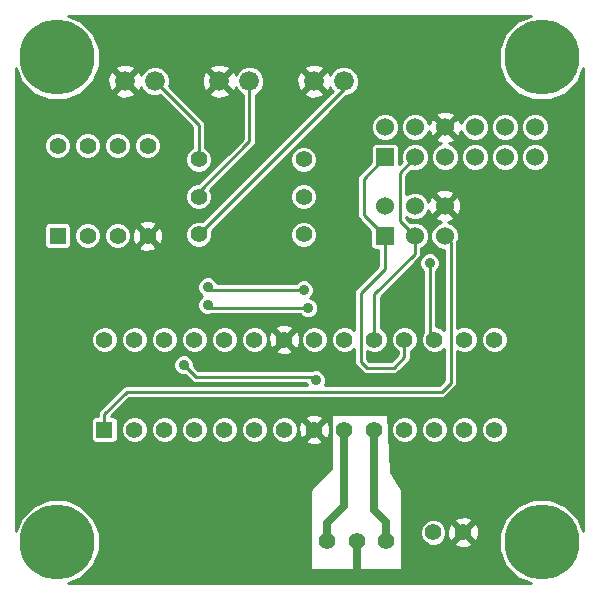
<source format=gbl>
G04 (created by PCBNEW (2013-05-31 BZR 4019)-stable) date 7/5/2014 3:36:38 PM*
%MOIN*%
G04 Gerber Fmt 3.4, Leading zero omitted, Abs format*
%FSLAX34Y34*%
G01*
G70*
G90*
G04 APERTURE LIST*
%ADD10C,0.00590551*%
%ADD11C,0.25*%
%ADD12C,0.055*%
%ADD13R,0.055X0.055*%
%ADD14C,0.066*%
%ADD15R,0.06X0.06*%
%ADD16C,0.06*%
%ADD17C,0.035*%
%ADD18C,0.01*%
%ADD19C,0.025*%
G04 APERTURE END LIST*
G54D10*
G54D11*
X35433Y-31496D03*
X19291Y-15354D03*
X35433Y-15354D03*
X19291Y-31496D03*
G54D12*
X21856Y-27759D03*
X22856Y-27759D03*
X23856Y-27759D03*
X24856Y-27759D03*
X25856Y-27759D03*
X26856Y-27759D03*
X27856Y-27759D03*
X28856Y-27759D03*
X29856Y-27759D03*
X30856Y-27759D03*
X31856Y-27759D03*
X32856Y-27759D03*
X33856Y-27759D03*
G54D13*
X20856Y-27759D03*
G54D12*
X33856Y-24759D03*
X32856Y-24759D03*
X31856Y-24759D03*
X30856Y-24759D03*
X29856Y-24759D03*
X28856Y-24759D03*
X27856Y-24759D03*
X26856Y-24759D03*
X25856Y-24759D03*
X24856Y-24759D03*
X23856Y-24759D03*
X22856Y-24759D03*
X21856Y-24759D03*
X20856Y-24759D03*
X30250Y-31479D03*
X28282Y-31479D03*
X29266Y-31479D03*
G54D14*
X22547Y-16141D03*
X21547Y-16141D03*
X25696Y-16141D03*
X24696Y-16141D03*
X28846Y-16141D03*
X27846Y-16141D03*
G54D13*
X19300Y-21300D03*
G54D12*
X20300Y-21300D03*
X21300Y-21300D03*
X22300Y-21300D03*
X22300Y-18300D03*
X21300Y-18300D03*
X20300Y-18300D03*
X19300Y-18300D03*
G54D15*
X30216Y-18679D03*
G54D16*
X30216Y-17679D03*
X31216Y-18679D03*
X31216Y-17679D03*
X32216Y-18679D03*
X32216Y-17679D03*
X33216Y-18679D03*
X33216Y-17679D03*
X34216Y-18679D03*
X34216Y-17679D03*
X35216Y-18679D03*
X35216Y-17679D03*
G54D12*
X31816Y-31179D03*
X32816Y-31179D03*
X27500Y-18750D03*
X24000Y-18750D03*
X27500Y-20000D03*
X24000Y-20000D03*
X27500Y-21250D03*
X24000Y-21250D03*
G54D15*
X30200Y-21300D03*
G54D16*
X30200Y-20300D03*
X31200Y-21300D03*
X31200Y-20300D03*
X32200Y-21300D03*
X32200Y-20300D03*
G54D17*
X24300Y-23600D03*
X27650Y-23700D03*
X27500Y-23100D03*
X24300Y-23000D03*
X31700Y-22200D03*
X27900Y-26100D03*
X23500Y-25600D03*
G54D18*
X25696Y-16141D02*
X25696Y-18149D01*
X25696Y-18149D02*
X23966Y-19879D01*
X28846Y-16141D02*
X28846Y-16403D01*
X28846Y-16403D02*
X24000Y-21250D01*
X24300Y-23600D02*
X24400Y-23700D01*
X24400Y-23700D02*
X27650Y-23700D01*
X30200Y-21300D02*
X30200Y-22400D01*
X30856Y-25343D02*
X30856Y-24759D01*
X30500Y-25700D02*
X30856Y-25343D01*
X29600Y-25700D02*
X30500Y-25700D01*
X29400Y-25500D02*
X29600Y-25700D01*
X29400Y-23200D02*
X29400Y-25500D01*
X30200Y-22400D02*
X29400Y-23200D01*
X29500Y-20600D02*
X29500Y-19396D01*
X29500Y-19396D02*
X30216Y-18679D01*
X29500Y-20600D02*
X30200Y-21300D01*
X24400Y-23100D02*
X27500Y-23100D01*
X24300Y-23000D02*
X24400Y-23100D01*
X31700Y-24602D02*
X31700Y-22200D01*
X31700Y-24602D02*
X31856Y-24759D01*
X24000Y-18750D02*
X24000Y-17594D01*
X24000Y-17594D02*
X22547Y-16141D01*
X20856Y-27759D02*
X20856Y-27243D01*
X20856Y-27243D02*
X21600Y-26500D01*
X32400Y-21500D02*
X32200Y-21300D01*
X32400Y-26200D02*
X32400Y-21500D01*
X32100Y-26500D02*
X32400Y-26200D01*
X21600Y-26500D02*
X32100Y-26500D01*
X29856Y-24759D02*
X29856Y-23243D01*
X31200Y-21900D02*
X31200Y-21300D01*
X29856Y-23243D02*
X31200Y-21900D01*
X23900Y-26000D02*
X23500Y-25600D01*
X27800Y-26000D02*
X23900Y-26000D01*
X27900Y-26100D02*
X27800Y-26000D01*
X31216Y-18679D02*
X31216Y-18683D01*
X30700Y-20800D02*
X31200Y-21300D01*
X30700Y-19200D02*
X30700Y-20800D01*
X31216Y-18683D02*
X30700Y-19200D01*
G54D19*
X29266Y-31479D02*
X29266Y-32679D01*
X28282Y-31479D02*
X28282Y-30867D01*
X28282Y-30867D02*
X28856Y-30293D01*
X28856Y-30293D02*
X28856Y-27759D01*
X30250Y-31479D02*
X30250Y-30840D01*
X30250Y-30840D02*
X29856Y-30446D01*
X29856Y-30446D02*
X29856Y-27759D01*
G54D10*
G36*
X36818Y-31129D02*
X36637Y-30692D01*
X36238Y-30292D01*
X35716Y-30076D01*
X35686Y-30076D01*
X35686Y-18586D01*
X35686Y-17586D01*
X35615Y-17413D01*
X35483Y-17281D01*
X35310Y-17209D01*
X35123Y-17209D01*
X34950Y-17280D01*
X34818Y-17412D01*
X34746Y-17585D01*
X34746Y-17772D01*
X34817Y-17945D01*
X34949Y-18077D01*
X35122Y-18149D01*
X35309Y-18149D01*
X35482Y-18078D01*
X35614Y-17946D01*
X35686Y-17773D01*
X35686Y-17586D01*
X35686Y-18586D01*
X35615Y-18413D01*
X35483Y-18281D01*
X35310Y-18209D01*
X35123Y-18209D01*
X34950Y-18280D01*
X34818Y-18412D01*
X34746Y-18585D01*
X34746Y-18772D01*
X34817Y-18945D01*
X34949Y-19077D01*
X35122Y-19149D01*
X35309Y-19149D01*
X35482Y-19078D01*
X35614Y-18946D01*
X35686Y-18773D01*
X35686Y-18586D01*
X35686Y-30076D01*
X35151Y-30075D01*
X34686Y-30268D01*
X34686Y-18586D01*
X34686Y-17586D01*
X34615Y-17413D01*
X34483Y-17281D01*
X34310Y-17209D01*
X34123Y-17209D01*
X33950Y-17280D01*
X33818Y-17412D01*
X33746Y-17585D01*
X33746Y-17772D01*
X33817Y-17945D01*
X33949Y-18077D01*
X34122Y-18149D01*
X34309Y-18149D01*
X34482Y-18078D01*
X34614Y-17946D01*
X34686Y-17773D01*
X34686Y-17586D01*
X34686Y-18586D01*
X34615Y-18413D01*
X34483Y-18281D01*
X34310Y-18209D01*
X34123Y-18209D01*
X33950Y-18280D01*
X33818Y-18412D01*
X33746Y-18585D01*
X33746Y-18772D01*
X33817Y-18945D01*
X33949Y-19077D01*
X34122Y-19149D01*
X34309Y-19149D01*
X34482Y-19078D01*
X34614Y-18946D01*
X34686Y-18773D01*
X34686Y-18586D01*
X34686Y-30268D01*
X34629Y-30291D01*
X34301Y-30619D01*
X34301Y-27671D01*
X34301Y-24671D01*
X34234Y-24507D01*
X34108Y-24382D01*
X33945Y-24314D01*
X33768Y-24314D01*
X33686Y-24348D01*
X33686Y-18586D01*
X33686Y-17586D01*
X33615Y-17413D01*
X33483Y-17281D01*
X33310Y-17209D01*
X33123Y-17209D01*
X32950Y-17280D01*
X32818Y-17412D01*
X32760Y-17551D01*
X32760Y-17542D01*
X32697Y-17391D01*
X32602Y-17364D01*
X32531Y-17435D01*
X32531Y-17293D01*
X32504Y-17198D01*
X32298Y-17124D01*
X32079Y-17135D01*
X31928Y-17198D01*
X31901Y-17293D01*
X32216Y-17608D01*
X32531Y-17293D01*
X32531Y-17435D01*
X32287Y-17679D01*
X32602Y-17994D01*
X32697Y-17967D01*
X32757Y-17799D01*
X32817Y-17945D01*
X32949Y-18077D01*
X33122Y-18149D01*
X33309Y-18149D01*
X33482Y-18078D01*
X33614Y-17946D01*
X33686Y-17773D01*
X33686Y-17586D01*
X33686Y-18586D01*
X33615Y-18413D01*
X33483Y-18281D01*
X33310Y-18209D01*
X33123Y-18209D01*
X32950Y-18280D01*
X32818Y-18412D01*
X32746Y-18585D01*
X32746Y-18772D01*
X32817Y-18945D01*
X32949Y-19077D01*
X33122Y-19149D01*
X33309Y-19149D01*
X33482Y-19078D01*
X33614Y-18946D01*
X33686Y-18773D01*
X33686Y-18586D01*
X33686Y-24348D01*
X33604Y-24382D01*
X33479Y-24507D01*
X33411Y-24670D01*
X33411Y-24847D01*
X33479Y-25011D01*
X33604Y-25136D01*
X33767Y-25204D01*
X33944Y-25204D01*
X34108Y-25137D01*
X34233Y-25011D01*
X34301Y-24848D01*
X34301Y-24671D01*
X34301Y-27671D01*
X34234Y-27507D01*
X34108Y-27382D01*
X33945Y-27314D01*
X33768Y-27314D01*
X33604Y-27382D01*
X33479Y-27507D01*
X33411Y-27670D01*
X33411Y-27847D01*
X33479Y-28011D01*
X33604Y-28136D01*
X33767Y-28204D01*
X33944Y-28204D01*
X34108Y-28137D01*
X34233Y-28011D01*
X34301Y-27848D01*
X34301Y-27671D01*
X34301Y-30619D01*
X34229Y-30690D01*
X34013Y-31212D01*
X34012Y-31777D01*
X34228Y-32299D01*
X34627Y-32699D01*
X35065Y-32881D01*
X33346Y-32881D01*
X33346Y-31255D01*
X33335Y-31046D01*
X33301Y-30965D01*
X33301Y-27671D01*
X33301Y-24671D01*
X33234Y-24507D01*
X33108Y-24382D01*
X32945Y-24314D01*
X32768Y-24314D01*
X32754Y-24320D01*
X32754Y-20381D01*
X32743Y-20163D01*
X32686Y-20025D01*
X32686Y-18586D01*
X32615Y-18413D01*
X32483Y-18281D01*
X32344Y-18223D01*
X32353Y-18223D01*
X32504Y-18160D01*
X32531Y-18065D01*
X32216Y-17750D01*
X32145Y-17820D01*
X32145Y-17679D01*
X31830Y-17364D01*
X31735Y-17391D01*
X31675Y-17559D01*
X31615Y-17413D01*
X31483Y-17281D01*
X31310Y-17209D01*
X31123Y-17209D01*
X30950Y-17280D01*
X30818Y-17412D01*
X30746Y-17585D01*
X30746Y-17772D01*
X30817Y-17945D01*
X30949Y-18077D01*
X31122Y-18149D01*
X31309Y-18149D01*
X31482Y-18078D01*
X31614Y-17946D01*
X31672Y-17807D01*
X31672Y-17816D01*
X31735Y-17967D01*
X31830Y-17994D01*
X32145Y-17679D01*
X32145Y-17820D01*
X31901Y-18065D01*
X31928Y-18160D01*
X32096Y-18220D01*
X31950Y-18280D01*
X31818Y-18412D01*
X31746Y-18585D01*
X31746Y-18772D01*
X31817Y-18945D01*
X31949Y-19077D01*
X32122Y-19149D01*
X32309Y-19149D01*
X32482Y-19078D01*
X32614Y-18946D01*
X32686Y-18773D01*
X32686Y-18586D01*
X32686Y-20025D01*
X32681Y-20012D01*
X32585Y-19984D01*
X32515Y-20055D01*
X32515Y-19914D01*
X32487Y-19818D01*
X32281Y-19745D01*
X32063Y-19756D01*
X31912Y-19818D01*
X31884Y-19914D01*
X32200Y-20229D01*
X32515Y-19914D01*
X32515Y-20055D01*
X32270Y-20300D01*
X32585Y-20615D01*
X32681Y-20587D01*
X32754Y-20381D01*
X32754Y-24320D01*
X32620Y-24375D01*
X32620Y-21514D01*
X32669Y-21393D01*
X32670Y-21206D01*
X32598Y-21034D01*
X32466Y-20901D01*
X32328Y-20844D01*
X32336Y-20843D01*
X32487Y-20781D01*
X32515Y-20685D01*
X32200Y-20370D01*
X32129Y-20441D01*
X32129Y-20300D01*
X31814Y-19984D01*
X31718Y-20012D01*
X31658Y-20179D01*
X31598Y-20034D01*
X31466Y-19901D01*
X31293Y-19830D01*
X31106Y-19829D01*
X30934Y-19901D01*
X30920Y-19915D01*
X30920Y-19291D01*
X31079Y-19131D01*
X31122Y-19149D01*
X31309Y-19149D01*
X31482Y-19078D01*
X31614Y-18946D01*
X31686Y-18773D01*
X31686Y-18586D01*
X31615Y-18413D01*
X31483Y-18281D01*
X31310Y-18209D01*
X31123Y-18209D01*
X30950Y-18280D01*
X30818Y-18412D01*
X30746Y-18585D01*
X30746Y-18772D01*
X30766Y-18822D01*
X30686Y-18902D01*
X30686Y-17586D01*
X30615Y-17413D01*
X30483Y-17281D01*
X30310Y-17209D01*
X30123Y-17209D01*
X29950Y-17280D01*
X29818Y-17412D01*
X29746Y-17585D01*
X29746Y-17772D01*
X29817Y-17945D01*
X29949Y-18077D01*
X30122Y-18149D01*
X30309Y-18149D01*
X30482Y-18078D01*
X30614Y-17946D01*
X30686Y-17773D01*
X30686Y-17586D01*
X30686Y-18902D01*
X30686Y-18902D01*
X30686Y-18345D01*
X30660Y-18283D01*
X30612Y-18235D01*
X30550Y-18209D01*
X30482Y-18209D01*
X29882Y-18209D01*
X29820Y-18235D01*
X29772Y-18283D01*
X29746Y-18345D01*
X29746Y-18413D01*
X29746Y-18838D01*
X29346Y-19238D01*
X29346Y-16042D01*
X29270Y-15858D01*
X29130Y-15718D01*
X28946Y-15641D01*
X28747Y-15641D01*
X28563Y-15717D01*
X28422Y-15858D01*
X28392Y-15931D01*
X28352Y-15835D01*
X28254Y-15804D01*
X28183Y-15875D01*
X28183Y-15734D01*
X28152Y-15635D01*
X27935Y-15557D01*
X27704Y-15567D01*
X27540Y-15635D01*
X27509Y-15734D01*
X27846Y-16071D01*
X28183Y-15734D01*
X28183Y-15875D01*
X27917Y-16141D01*
X28254Y-16478D01*
X28352Y-16447D01*
X28389Y-16345D01*
X28422Y-16424D01*
X28468Y-16470D01*
X28183Y-16755D01*
X28183Y-16549D01*
X27846Y-16212D01*
X27775Y-16283D01*
X27775Y-16141D01*
X27438Y-15804D01*
X27340Y-15835D01*
X27261Y-16052D01*
X27272Y-16283D01*
X27340Y-16447D01*
X27438Y-16478D01*
X27775Y-16141D01*
X27775Y-16283D01*
X27509Y-16549D01*
X27540Y-16647D01*
X27757Y-16726D01*
X27988Y-16715D01*
X28152Y-16647D01*
X28183Y-16549D01*
X28183Y-16755D01*
X26196Y-18741D01*
X26196Y-16042D01*
X26120Y-15858D01*
X25980Y-15718D01*
X25796Y-15641D01*
X25597Y-15641D01*
X25413Y-15717D01*
X25273Y-15858D01*
X25242Y-15931D01*
X25202Y-15835D01*
X25104Y-15804D01*
X25033Y-15875D01*
X25033Y-15734D01*
X25002Y-15635D01*
X24785Y-15557D01*
X24555Y-15567D01*
X24390Y-15635D01*
X24359Y-15734D01*
X24696Y-16071D01*
X25033Y-15734D01*
X25033Y-15875D01*
X24767Y-16141D01*
X25104Y-16478D01*
X25202Y-16447D01*
X25239Y-16345D01*
X25272Y-16424D01*
X25413Y-16565D01*
X25476Y-16591D01*
X25476Y-18058D01*
X25033Y-18501D01*
X25033Y-16549D01*
X24696Y-16212D01*
X24626Y-16283D01*
X24626Y-16141D01*
X24289Y-15804D01*
X24190Y-15835D01*
X24112Y-16052D01*
X24122Y-16283D01*
X24190Y-16447D01*
X24289Y-16478D01*
X24626Y-16141D01*
X24626Y-16283D01*
X24359Y-16549D01*
X24390Y-16647D01*
X24607Y-16726D01*
X24838Y-16715D01*
X25002Y-16647D01*
X25033Y-16549D01*
X25033Y-18501D01*
X24445Y-19089D01*
X24445Y-18661D01*
X24377Y-18498D01*
X24252Y-18372D01*
X24220Y-18359D01*
X24220Y-17594D01*
X24203Y-17510D01*
X24203Y-17510D01*
X24155Y-17438D01*
X23021Y-16304D01*
X23047Y-16241D01*
X23047Y-16042D01*
X22971Y-15858D01*
X22830Y-15718D01*
X22647Y-15641D01*
X22448Y-15641D01*
X22264Y-15717D01*
X22123Y-15858D01*
X22093Y-15931D01*
X22053Y-15835D01*
X21954Y-15804D01*
X21884Y-15875D01*
X21884Y-15734D01*
X21853Y-15635D01*
X21636Y-15557D01*
X21405Y-15567D01*
X21241Y-15635D01*
X21210Y-15734D01*
X21547Y-16071D01*
X21884Y-15734D01*
X21884Y-15875D01*
X21617Y-16141D01*
X21954Y-16478D01*
X22053Y-16447D01*
X22090Y-16345D01*
X22123Y-16424D01*
X22263Y-16565D01*
X22447Y-16641D01*
X22646Y-16641D01*
X22709Y-16615D01*
X23780Y-17685D01*
X23780Y-18359D01*
X23748Y-18372D01*
X23622Y-18497D01*
X23555Y-18661D01*
X23554Y-18838D01*
X23622Y-19001D01*
X23747Y-19127D01*
X23911Y-19194D01*
X24088Y-19195D01*
X24251Y-19127D01*
X24377Y-19002D01*
X24444Y-18838D01*
X24445Y-18661D01*
X24445Y-19089D01*
X23979Y-19554D01*
X23911Y-19554D01*
X23748Y-19622D01*
X23622Y-19747D01*
X23555Y-19911D01*
X23554Y-20088D01*
X23622Y-20251D01*
X23747Y-20377D01*
X23911Y-20444D01*
X24088Y-20445D01*
X24251Y-20377D01*
X24377Y-20252D01*
X24444Y-20088D01*
X24445Y-19911D01*
X24386Y-19770D01*
X25852Y-18304D01*
X25852Y-18304D01*
X25900Y-18233D01*
X25916Y-18149D01*
X25916Y-18149D01*
X25916Y-16591D01*
X25979Y-16565D01*
X26120Y-16425D01*
X26196Y-16241D01*
X26196Y-16042D01*
X26196Y-18741D01*
X24120Y-20818D01*
X24088Y-20805D01*
X23911Y-20804D01*
X23748Y-20872D01*
X23622Y-20997D01*
X23555Y-21161D01*
X23554Y-21338D01*
X23622Y-21501D01*
X23747Y-21627D01*
X23911Y-21694D01*
X24088Y-21695D01*
X24251Y-21627D01*
X24377Y-21502D01*
X24444Y-21338D01*
X24445Y-21161D01*
X24431Y-21129D01*
X28919Y-16641D01*
X28945Y-16641D01*
X29129Y-16565D01*
X29270Y-16425D01*
X29346Y-16241D01*
X29346Y-16042D01*
X29346Y-19238D01*
X29344Y-19240D01*
X29296Y-19311D01*
X29280Y-19396D01*
X29280Y-20600D01*
X29296Y-20684D01*
X29344Y-20755D01*
X29729Y-21141D01*
X29729Y-21633D01*
X29755Y-21696D01*
X29803Y-21744D01*
X29866Y-21769D01*
X29933Y-21770D01*
X29980Y-21770D01*
X29980Y-22308D01*
X29244Y-23044D01*
X29196Y-23115D01*
X29180Y-23200D01*
X29180Y-24453D01*
X29108Y-24382D01*
X28945Y-24314D01*
X28768Y-24314D01*
X28604Y-24382D01*
X28479Y-24507D01*
X28411Y-24670D01*
X28411Y-24847D01*
X28479Y-25011D01*
X28604Y-25136D01*
X28767Y-25204D01*
X28944Y-25204D01*
X29108Y-25137D01*
X29180Y-25065D01*
X29180Y-25500D01*
X29196Y-25584D01*
X29244Y-25655D01*
X29444Y-25855D01*
X29444Y-25855D01*
X29515Y-25903D01*
X29600Y-25920D01*
X30500Y-25920D01*
X30584Y-25903D01*
X30584Y-25903D01*
X30655Y-25855D01*
X31012Y-25499D01*
X31012Y-25499D01*
X31059Y-25427D01*
X31076Y-25343D01*
X31076Y-25343D01*
X31076Y-25150D01*
X31108Y-25137D01*
X31233Y-25011D01*
X31301Y-24848D01*
X31301Y-24671D01*
X31234Y-24507D01*
X31108Y-24382D01*
X30945Y-24314D01*
X30768Y-24314D01*
X30604Y-24382D01*
X30479Y-24507D01*
X30411Y-24670D01*
X30411Y-24847D01*
X30479Y-25011D01*
X30604Y-25136D01*
X30636Y-25150D01*
X30636Y-25252D01*
X30408Y-25480D01*
X29691Y-25480D01*
X29620Y-25408D01*
X29620Y-25143D01*
X29767Y-25204D01*
X29944Y-25204D01*
X30108Y-25137D01*
X30233Y-25011D01*
X30301Y-24848D01*
X30301Y-24671D01*
X30234Y-24507D01*
X30108Y-24382D01*
X30076Y-24369D01*
X30076Y-23334D01*
X31355Y-22055D01*
X31355Y-22055D01*
X31379Y-22019D01*
X31403Y-21984D01*
X31403Y-21984D01*
X31419Y-21900D01*
X31420Y-21900D01*
X31420Y-21717D01*
X31465Y-21698D01*
X31598Y-21566D01*
X31669Y-21393D01*
X31670Y-21206D01*
X31598Y-21034D01*
X31466Y-20901D01*
X31293Y-20830D01*
X31106Y-20829D01*
X31060Y-20849D01*
X30920Y-20708D01*
X30920Y-20684D01*
X30933Y-20698D01*
X31106Y-20769D01*
X31293Y-20770D01*
X31465Y-20698D01*
X31598Y-20566D01*
X31655Y-20428D01*
X31656Y-20436D01*
X31718Y-20587D01*
X31814Y-20615D01*
X32129Y-20300D01*
X32129Y-20441D01*
X31884Y-20685D01*
X31912Y-20781D01*
X32079Y-20841D01*
X31934Y-20901D01*
X31801Y-21033D01*
X31730Y-21206D01*
X31729Y-21393D01*
X31801Y-21565D01*
X31933Y-21698D01*
X32106Y-21769D01*
X32180Y-21769D01*
X32180Y-24453D01*
X32108Y-24382D01*
X31945Y-24314D01*
X31920Y-24314D01*
X31920Y-22467D01*
X31992Y-22395D01*
X32044Y-22268D01*
X32045Y-22131D01*
X31992Y-22004D01*
X31895Y-21907D01*
X31768Y-21855D01*
X31631Y-21854D01*
X31504Y-21907D01*
X31407Y-22004D01*
X31355Y-22131D01*
X31354Y-22268D01*
X31407Y-22395D01*
X31480Y-22467D01*
X31480Y-24506D01*
X31479Y-24507D01*
X31411Y-24670D01*
X31411Y-24847D01*
X31479Y-25011D01*
X31604Y-25136D01*
X31767Y-25204D01*
X31944Y-25204D01*
X32108Y-25137D01*
X32180Y-25065D01*
X32180Y-26108D01*
X32008Y-26280D01*
X28301Y-26280D01*
X28301Y-24671D01*
X28234Y-24507D01*
X28108Y-24382D01*
X27995Y-24335D01*
X27995Y-23631D01*
X27945Y-23510D01*
X27945Y-21161D01*
X27945Y-19911D01*
X27945Y-18661D01*
X27877Y-18498D01*
X27752Y-18372D01*
X27588Y-18305D01*
X27411Y-18304D01*
X27248Y-18372D01*
X27122Y-18497D01*
X27055Y-18661D01*
X27054Y-18838D01*
X27122Y-19001D01*
X27247Y-19127D01*
X27411Y-19194D01*
X27588Y-19195D01*
X27751Y-19127D01*
X27877Y-19002D01*
X27944Y-18838D01*
X27945Y-18661D01*
X27945Y-19911D01*
X27877Y-19748D01*
X27752Y-19622D01*
X27588Y-19555D01*
X27411Y-19554D01*
X27248Y-19622D01*
X27122Y-19747D01*
X27055Y-19911D01*
X27054Y-20088D01*
X27122Y-20251D01*
X27247Y-20377D01*
X27411Y-20444D01*
X27588Y-20445D01*
X27751Y-20377D01*
X27877Y-20252D01*
X27944Y-20088D01*
X27945Y-19911D01*
X27945Y-21161D01*
X27877Y-20998D01*
X27752Y-20872D01*
X27588Y-20805D01*
X27411Y-20804D01*
X27248Y-20872D01*
X27122Y-20997D01*
X27055Y-21161D01*
X27054Y-21338D01*
X27122Y-21501D01*
X27247Y-21627D01*
X27411Y-21694D01*
X27588Y-21695D01*
X27751Y-21627D01*
X27877Y-21502D01*
X27944Y-21338D01*
X27945Y-21161D01*
X27945Y-23510D01*
X27942Y-23504D01*
X27845Y-23407D01*
X27728Y-23359D01*
X27792Y-23295D01*
X27844Y-23168D01*
X27845Y-23031D01*
X27792Y-22904D01*
X27695Y-22807D01*
X27568Y-22755D01*
X27431Y-22754D01*
X27304Y-22807D01*
X27232Y-22880D01*
X24623Y-22880D01*
X24592Y-22804D01*
X24495Y-22707D01*
X24368Y-22655D01*
X24231Y-22654D01*
X24104Y-22707D01*
X24007Y-22804D01*
X23955Y-22931D01*
X23954Y-23068D01*
X24007Y-23195D01*
X24104Y-23292D01*
X24122Y-23299D01*
X24104Y-23307D01*
X24007Y-23404D01*
X23955Y-23531D01*
X23954Y-23668D01*
X24007Y-23795D01*
X24104Y-23892D01*
X24231Y-23944D01*
X24368Y-23945D01*
X24428Y-23920D01*
X27382Y-23920D01*
X27454Y-23992D01*
X27581Y-24044D01*
X27718Y-24045D01*
X27845Y-23992D01*
X27942Y-23895D01*
X27994Y-23768D01*
X27995Y-23631D01*
X27995Y-24335D01*
X27945Y-24314D01*
X27768Y-24314D01*
X27604Y-24382D01*
X27479Y-24507D01*
X27411Y-24670D01*
X27411Y-24847D01*
X27479Y-25011D01*
X27604Y-25136D01*
X27767Y-25204D01*
X27944Y-25204D01*
X28108Y-25137D01*
X28233Y-25011D01*
X28301Y-24848D01*
X28301Y-24671D01*
X28301Y-26280D01*
X28198Y-26280D01*
X28244Y-26168D01*
X28245Y-26031D01*
X28192Y-25904D01*
X28095Y-25807D01*
X27968Y-25755D01*
X27831Y-25754D01*
X27771Y-25780D01*
X27386Y-25780D01*
X27386Y-24835D01*
X27375Y-24626D01*
X27317Y-24486D01*
X27224Y-24462D01*
X27153Y-24533D01*
X27153Y-24391D01*
X27129Y-24298D01*
X26932Y-24229D01*
X26723Y-24240D01*
X26583Y-24298D01*
X26559Y-24391D01*
X26856Y-24688D01*
X27153Y-24391D01*
X27153Y-24533D01*
X26927Y-24759D01*
X27224Y-25056D01*
X27317Y-25032D01*
X27386Y-24835D01*
X27386Y-25780D01*
X27153Y-25780D01*
X27153Y-25127D01*
X26856Y-24830D01*
X26785Y-24900D01*
X26785Y-24759D01*
X26488Y-24462D01*
X26395Y-24486D01*
X26326Y-24683D01*
X26337Y-24892D01*
X26395Y-25032D01*
X26488Y-25056D01*
X26785Y-24759D01*
X26785Y-24900D01*
X26559Y-25127D01*
X26583Y-25220D01*
X26780Y-25289D01*
X26989Y-25278D01*
X27129Y-25220D01*
X27153Y-25127D01*
X27153Y-25780D01*
X26301Y-25780D01*
X26301Y-24671D01*
X26234Y-24507D01*
X26108Y-24382D01*
X25945Y-24314D01*
X25768Y-24314D01*
X25604Y-24382D01*
X25479Y-24507D01*
X25411Y-24670D01*
X25411Y-24847D01*
X25479Y-25011D01*
X25604Y-25136D01*
X25767Y-25204D01*
X25944Y-25204D01*
X26108Y-25137D01*
X26233Y-25011D01*
X26301Y-24848D01*
X26301Y-24671D01*
X26301Y-25780D01*
X25301Y-25780D01*
X25301Y-24671D01*
X25234Y-24507D01*
X25108Y-24382D01*
X24945Y-24314D01*
X24768Y-24314D01*
X24604Y-24382D01*
X24479Y-24507D01*
X24411Y-24670D01*
X24411Y-24847D01*
X24479Y-25011D01*
X24604Y-25136D01*
X24767Y-25204D01*
X24944Y-25204D01*
X25108Y-25137D01*
X25233Y-25011D01*
X25301Y-24848D01*
X25301Y-24671D01*
X25301Y-25780D01*
X24301Y-25780D01*
X24301Y-24671D01*
X24234Y-24507D01*
X24108Y-24382D01*
X23945Y-24314D01*
X23768Y-24314D01*
X23604Y-24382D01*
X23479Y-24507D01*
X23411Y-24670D01*
X23411Y-24847D01*
X23479Y-25011D01*
X23604Y-25136D01*
X23767Y-25204D01*
X23944Y-25204D01*
X24108Y-25137D01*
X24233Y-25011D01*
X24301Y-24848D01*
X24301Y-24671D01*
X24301Y-25780D01*
X23991Y-25780D01*
X23844Y-25633D01*
X23845Y-25531D01*
X23792Y-25404D01*
X23695Y-25307D01*
X23568Y-25255D01*
X23431Y-25254D01*
X23304Y-25307D01*
X23301Y-25310D01*
X23301Y-24671D01*
X23234Y-24507D01*
X23108Y-24382D01*
X22945Y-24314D01*
X22829Y-24314D01*
X22829Y-21375D01*
X22818Y-21167D01*
X22760Y-21027D01*
X22745Y-21023D01*
X22745Y-18211D01*
X22677Y-18048D01*
X22552Y-17922D01*
X22388Y-17855D01*
X22211Y-17854D01*
X22048Y-17922D01*
X21922Y-18047D01*
X21884Y-18141D01*
X21884Y-16549D01*
X21547Y-16212D01*
X21476Y-16283D01*
X21476Y-16141D01*
X21139Y-15804D01*
X21041Y-15835D01*
X20962Y-16052D01*
X20973Y-16283D01*
X21041Y-16447D01*
X21139Y-16478D01*
X21476Y-16141D01*
X21476Y-16283D01*
X21210Y-16549D01*
X21241Y-16647D01*
X21458Y-16726D01*
X21688Y-16715D01*
X21853Y-16647D01*
X21884Y-16549D01*
X21884Y-18141D01*
X21855Y-18211D01*
X21854Y-18388D01*
X21922Y-18551D01*
X22047Y-18677D01*
X22211Y-18744D01*
X22388Y-18745D01*
X22551Y-18677D01*
X22677Y-18552D01*
X22744Y-18388D01*
X22745Y-18211D01*
X22745Y-21023D01*
X22667Y-21002D01*
X22597Y-21073D01*
X22597Y-20932D01*
X22572Y-20839D01*
X22375Y-20770D01*
X22167Y-20781D01*
X22027Y-20839D01*
X22002Y-20932D01*
X22300Y-21229D01*
X22597Y-20932D01*
X22597Y-21073D01*
X22370Y-21300D01*
X22667Y-21597D01*
X22760Y-21572D01*
X22829Y-21375D01*
X22829Y-24314D01*
X22768Y-24314D01*
X22604Y-24382D01*
X22597Y-24389D01*
X22597Y-21667D01*
X22300Y-21370D01*
X22229Y-21441D01*
X22229Y-21300D01*
X21932Y-21002D01*
X21839Y-21027D01*
X21770Y-21224D01*
X21781Y-21432D01*
X21839Y-21572D01*
X21932Y-21597D01*
X22229Y-21300D01*
X22229Y-21441D01*
X22002Y-21667D01*
X22027Y-21760D01*
X22224Y-21829D01*
X22432Y-21818D01*
X22572Y-21760D01*
X22597Y-21667D01*
X22597Y-24389D01*
X22479Y-24507D01*
X22411Y-24670D01*
X22411Y-24847D01*
X22479Y-25011D01*
X22604Y-25136D01*
X22767Y-25204D01*
X22944Y-25204D01*
X23108Y-25137D01*
X23233Y-25011D01*
X23301Y-24848D01*
X23301Y-24671D01*
X23301Y-25310D01*
X23207Y-25404D01*
X23155Y-25531D01*
X23154Y-25668D01*
X23207Y-25795D01*
X23304Y-25892D01*
X23431Y-25944D01*
X23533Y-25945D01*
X23744Y-26155D01*
X23744Y-26155D01*
X23815Y-26203D01*
X23899Y-26219D01*
X23900Y-26220D01*
X27576Y-26220D01*
X27601Y-26280D01*
X22301Y-26280D01*
X22301Y-24671D01*
X22234Y-24507D01*
X22108Y-24382D01*
X21945Y-24314D01*
X21768Y-24314D01*
X21745Y-24324D01*
X21745Y-21211D01*
X21745Y-18211D01*
X21677Y-18048D01*
X21552Y-17922D01*
X21388Y-17855D01*
X21211Y-17854D01*
X21048Y-17922D01*
X20922Y-18047D01*
X20855Y-18211D01*
X20854Y-18388D01*
X20922Y-18551D01*
X21047Y-18677D01*
X21211Y-18744D01*
X21388Y-18745D01*
X21551Y-18677D01*
X21677Y-18552D01*
X21744Y-18388D01*
X21745Y-18211D01*
X21745Y-21211D01*
X21677Y-21048D01*
X21552Y-20922D01*
X21388Y-20855D01*
X21211Y-20854D01*
X21048Y-20922D01*
X20922Y-21047D01*
X20855Y-21211D01*
X20854Y-21388D01*
X20922Y-21551D01*
X21047Y-21677D01*
X21211Y-21744D01*
X21388Y-21745D01*
X21551Y-21677D01*
X21677Y-21552D01*
X21744Y-21388D01*
X21745Y-21211D01*
X21745Y-24324D01*
X21604Y-24382D01*
X21479Y-24507D01*
X21411Y-24670D01*
X21411Y-24847D01*
X21479Y-25011D01*
X21604Y-25136D01*
X21767Y-25204D01*
X21944Y-25204D01*
X22108Y-25137D01*
X22233Y-25011D01*
X22301Y-24848D01*
X22301Y-24671D01*
X22301Y-26280D01*
X21600Y-26280D01*
X21515Y-26296D01*
X21444Y-26344D01*
X21301Y-26487D01*
X21301Y-24671D01*
X21234Y-24507D01*
X21108Y-24382D01*
X20945Y-24314D01*
X20768Y-24314D01*
X20745Y-24324D01*
X20745Y-21211D01*
X20745Y-18211D01*
X20677Y-18048D01*
X20552Y-17922D01*
X20388Y-17855D01*
X20211Y-17854D01*
X20048Y-17922D01*
X19922Y-18047D01*
X19855Y-18211D01*
X19854Y-18388D01*
X19922Y-18551D01*
X20047Y-18677D01*
X20211Y-18744D01*
X20388Y-18745D01*
X20551Y-18677D01*
X20677Y-18552D01*
X20744Y-18388D01*
X20745Y-18211D01*
X20745Y-21211D01*
X20677Y-21048D01*
X20552Y-20922D01*
X20388Y-20855D01*
X20211Y-20854D01*
X20048Y-20922D01*
X19922Y-21047D01*
X19855Y-21211D01*
X19854Y-21388D01*
X19922Y-21551D01*
X20047Y-21677D01*
X20211Y-21744D01*
X20388Y-21745D01*
X20551Y-21677D01*
X20677Y-21552D01*
X20744Y-21388D01*
X20745Y-21211D01*
X20745Y-24324D01*
X20604Y-24382D01*
X20479Y-24507D01*
X20411Y-24670D01*
X20411Y-24847D01*
X20479Y-25011D01*
X20604Y-25136D01*
X20767Y-25204D01*
X20944Y-25204D01*
X21108Y-25137D01*
X21233Y-25011D01*
X21301Y-24848D01*
X21301Y-24671D01*
X21301Y-26487D01*
X20700Y-27087D01*
X20653Y-27159D01*
X20636Y-27243D01*
X20636Y-27314D01*
X20547Y-27314D01*
X20485Y-27340D01*
X20437Y-27388D01*
X20411Y-27450D01*
X20411Y-27518D01*
X20411Y-28068D01*
X20437Y-28130D01*
X20485Y-28178D01*
X20547Y-28204D01*
X20615Y-28204D01*
X21165Y-28204D01*
X21227Y-28178D01*
X21275Y-28130D01*
X21301Y-28068D01*
X21301Y-28000D01*
X21301Y-27450D01*
X21275Y-27388D01*
X21227Y-27340D01*
X21165Y-27314D01*
X21097Y-27314D01*
X21096Y-27314D01*
X21691Y-26720D01*
X32100Y-26720D01*
X32184Y-26703D01*
X32184Y-26703D01*
X32255Y-26655D01*
X32555Y-26355D01*
X32555Y-26355D01*
X32603Y-26284D01*
X32619Y-26200D01*
X32620Y-26200D01*
X32620Y-25143D01*
X32767Y-25204D01*
X32944Y-25204D01*
X33108Y-25137D01*
X33233Y-25011D01*
X33301Y-24848D01*
X33301Y-24671D01*
X33301Y-27671D01*
X33234Y-27507D01*
X33108Y-27382D01*
X32945Y-27314D01*
X32768Y-27314D01*
X32604Y-27382D01*
X32479Y-27507D01*
X32411Y-27670D01*
X32411Y-27847D01*
X32479Y-28011D01*
X32604Y-28136D01*
X32767Y-28204D01*
X32944Y-28204D01*
X33108Y-28137D01*
X33233Y-28011D01*
X33301Y-27848D01*
X33301Y-27671D01*
X33301Y-30965D01*
X33277Y-30906D01*
X33184Y-30882D01*
X33113Y-30953D01*
X33113Y-30811D01*
X33089Y-30718D01*
X32892Y-30649D01*
X32683Y-30660D01*
X32543Y-30718D01*
X32519Y-30811D01*
X32816Y-31108D01*
X33113Y-30811D01*
X33113Y-30953D01*
X32887Y-31179D01*
X33184Y-31476D01*
X33277Y-31452D01*
X33346Y-31255D01*
X33346Y-32881D01*
X33113Y-32881D01*
X33113Y-31547D01*
X32816Y-31250D01*
X32745Y-31320D01*
X32745Y-31179D01*
X32448Y-30882D01*
X32355Y-30906D01*
X32301Y-31061D01*
X32301Y-27671D01*
X32234Y-27507D01*
X32108Y-27382D01*
X31945Y-27314D01*
X31768Y-27314D01*
X31604Y-27382D01*
X31479Y-27507D01*
X31411Y-27670D01*
X31411Y-27847D01*
X31479Y-28011D01*
X31604Y-28136D01*
X31767Y-28204D01*
X31944Y-28204D01*
X32108Y-28137D01*
X32233Y-28011D01*
X32301Y-27848D01*
X32301Y-27671D01*
X32301Y-31061D01*
X32286Y-31103D01*
X32297Y-31312D01*
X32355Y-31452D01*
X32448Y-31476D01*
X32745Y-31179D01*
X32745Y-31320D01*
X32519Y-31547D01*
X32543Y-31640D01*
X32740Y-31709D01*
X32949Y-31698D01*
X33089Y-31640D01*
X33113Y-31547D01*
X33113Y-32881D01*
X32261Y-32881D01*
X32261Y-31091D01*
X32194Y-30927D01*
X32068Y-30802D01*
X31905Y-30734D01*
X31728Y-30734D01*
X31564Y-30802D01*
X31439Y-30927D01*
X31371Y-31090D01*
X31371Y-31267D01*
X31439Y-31431D01*
X31564Y-31556D01*
X31727Y-31624D01*
X31904Y-31624D01*
X32068Y-31557D01*
X32193Y-31431D01*
X32261Y-31268D01*
X32261Y-31091D01*
X32261Y-32881D01*
X31301Y-32881D01*
X31301Y-27671D01*
X31234Y-27507D01*
X31108Y-27382D01*
X30945Y-27314D01*
X30768Y-27314D01*
X30604Y-27382D01*
X30479Y-27507D01*
X30411Y-27670D01*
X30411Y-27847D01*
X30479Y-28011D01*
X30604Y-28136D01*
X30767Y-28204D01*
X30944Y-28204D01*
X31108Y-28137D01*
X31233Y-28011D01*
X31301Y-27848D01*
X31301Y-27671D01*
X31301Y-32881D01*
X30766Y-32881D01*
X30766Y-32429D01*
X30766Y-29766D01*
X30415Y-29164D01*
X30313Y-27229D01*
X28666Y-27229D01*
X28416Y-27229D01*
X28416Y-27658D01*
X28411Y-27670D01*
X28411Y-27847D01*
X28416Y-27859D01*
X28416Y-29058D01*
X28386Y-29088D01*
X28386Y-27835D01*
X28375Y-27626D01*
X28317Y-27486D01*
X28224Y-27462D01*
X28153Y-27533D01*
X28153Y-27391D01*
X28129Y-27298D01*
X27932Y-27229D01*
X27723Y-27240D01*
X27583Y-27298D01*
X27559Y-27391D01*
X27856Y-27688D01*
X28153Y-27391D01*
X28153Y-27533D01*
X27927Y-27759D01*
X28224Y-28056D01*
X28317Y-28032D01*
X28386Y-27835D01*
X28386Y-29088D01*
X28153Y-29321D01*
X28153Y-28127D01*
X27856Y-27830D01*
X27785Y-27900D01*
X27785Y-27759D01*
X27488Y-27462D01*
X27395Y-27486D01*
X27326Y-27683D01*
X27337Y-27892D01*
X27395Y-28032D01*
X27488Y-28056D01*
X27785Y-27759D01*
X27785Y-27900D01*
X27559Y-28127D01*
X27583Y-28220D01*
X27780Y-28289D01*
X27989Y-28278D01*
X28129Y-28220D01*
X28153Y-28127D01*
X28153Y-29321D01*
X27716Y-29758D01*
X27716Y-32429D01*
X30766Y-32429D01*
X30766Y-32881D01*
X27301Y-32881D01*
X27301Y-27671D01*
X27234Y-27507D01*
X27108Y-27382D01*
X26945Y-27314D01*
X26768Y-27314D01*
X26604Y-27382D01*
X26479Y-27507D01*
X26411Y-27670D01*
X26411Y-27847D01*
X26479Y-28011D01*
X26604Y-28136D01*
X26767Y-28204D01*
X26944Y-28204D01*
X27108Y-28137D01*
X27233Y-28011D01*
X27301Y-27848D01*
X27301Y-27671D01*
X27301Y-32881D01*
X26301Y-32881D01*
X26301Y-27671D01*
X26234Y-27507D01*
X26108Y-27382D01*
X25945Y-27314D01*
X25768Y-27314D01*
X25604Y-27382D01*
X25479Y-27507D01*
X25411Y-27670D01*
X25411Y-27847D01*
X25479Y-28011D01*
X25604Y-28136D01*
X25767Y-28204D01*
X25944Y-28204D01*
X26108Y-28137D01*
X26233Y-28011D01*
X26301Y-27848D01*
X26301Y-27671D01*
X26301Y-32881D01*
X25301Y-32881D01*
X25301Y-27671D01*
X25234Y-27507D01*
X25108Y-27382D01*
X24945Y-27314D01*
X24768Y-27314D01*
X24604Y-27382D01*
X24479Y-27507D01*
X24411Y-27670D01*
X24411Y-27847D01*
X24479Y-28011D01*
X24604Y-28136D01*
X24767Y-28204D01*
X24944Y-28204D01*
X25108Y-28137D01*
X25233Y-28011D01*
X25301Y-27848D01*
X25301Y-27671D01*
X25301Y-32881D01*
X24301Y-32881D01*
X24301Y-27671D01*
X24234Y-27507D01*
X24108Y-27382D01*
X23945Y-27314D01*
X23768Y-27314D01*
X23604Y-27382D01*
X23479Y-27507D01*
X23411Y-27670D01*
X23411Y-27847D01*
X23479Y-28011D01*
X23604Y-28136D01*
X23767Y-28204D01*
X23944Y-28204D01*
X24108Y-28137D01*
X24233Y-28011D01*
X24301Y-27848D01*
X24301Y-27671D01*
X24301Y-32881D01*
X23301Y-32881D01*
X23301Y-27671D01*
X23234Y-27507D01*
X23108Y-27382D01*
X22945Y-27314D01*
X22768Y-27314D01*
X22604Y-27382D01*
X22479Y-27507D01*
X22411Y-27670D01*
X22411Y-27847D01*
X22479Y-28011D01*
X22604Y-28136D01*
X22767Y-28204D01*
X22944Y-28204D01*
X23108Y-28137D01*
X23233Y-28011D01*
X23301Y-27848D01*
X23301Y-27671D01*
X23301Y-32881D01*
X22301Y-32881D01*
X22301Y-27671D01*
X22234Y-27507D01*
X22108Y-27382D01*
X21945Y-27314D01*
X21768Y-27314D01*
X21604Y-27382D01*
X21479Y-27507D01*
X21411Y-27670D01*
X21411Y-27847D01*
X21479Y-28011D01*
X21604Y-28136D01*
X21767Y-28204D01*
X21944Y-28204D01*
X22108Y-28137D01*
X22233Y-28011D01*
X22301Y-27848D01*
X22301Y-27671D01*
X22301Y-32881D01*
X19657Y-32881D01*
X20094Y-32700D01*
X20494Y-32301D01*
X20711Y-31779D01*
X20711Y-31214D01*
X20495Y-30692D01*
X20096Y-30292D01*
X19745Y-30146D01*
X19745Y-18211D01*
X19677Y-18048D01*
X19552Y-17922D01*
X19388Y-17855D01*
X19211Y-17854D01*
X19048Y-17922D01*
X18922Y-18047D01*
X18855Y-18211D01*
X18854Y-18388D01*
X18922Y-18551D01*
X19047Y-18677D01*
X19211Y-18744D01*
X19388Y-18745D01*
X19551Y-18677D01*
X19677Y-18552D01*
X19744Y-18388D01*
X19745Y-18211D01*
X19745Y-30146D01*
X19745Y-30146D01*
X19745Y-21541D01*
X19745Y-20991D01*
X19719Y-20928D01*
X19671Y-20880D01*
X19608Y-20855D01*
X19541Y-20854D01*
X18991Y-20854D01*
X18928Y-20880D01*
X18880Y-20928D01*
X18855Y-20991D01*
X18854Y-21058D01*
X18854Y-21608D01*
X18880Y-21671D01*
X18928Y-21719D01*
X18991Y-21744D01*
X19058Y-21745D01*
X19608Y-21745D01*
X19671Y-21719D01*
X19719Y-21671D01*
X19744Y-21608D01*
X19745Y-21541D01*
X19745Y-30146D01*
X19575Y-30076D01*
X19010Y-30075D01*
X18488Y-30291D01*
X18088Y-30690D01*
X17906Y-31128D01*
X17906Y-15720D01*
X18086Y-16157D01*
X18485Y-16557D01*
X19007Y-16774D01*
X19572Y-16774D01*
X20094Y-16558D01*
X20494Y-16159D01*
X20711Y-15638D01*
X20711Y-15073D01*
X20495Y-14551D01*
X20096Y-14151D01*
X19658Y-13969D01*
X35066Y-13969D01*
X34629Y-14149D01*
X34229Y-14548D01*
X34013Y-15070D01*
X34012Y-15635D01*
X34228Y-16157D01*
X34627Y-16557D01*
X35149Y-16774D01*
X35714Y-16774D01*
X36236Y-16558D01*
X36636Y-16159D01*
X36818Y-15721D01*
X36818Y-31129D01*
X36818Y-31129D01*
G37*
G54D18*
X36818Y-31129D02*
X36637Y-30692D01*
X36238Y-30292D01*
X35716Y-30076D01*
X35686Y-30076D01*
X35686Y-18586D01*
X35686Y-17586D01*
X35615Y-17413D01*
X35483Y-17281D01*
X35310Y-17209D01*
X35123Y-17209D01*
X34950Y-17280D01*
X34818Y-17412D01*
X34746Y-17585D01*
X34746Y-17772D01*
X34817Y-17945D01*
X34949Y-18077D01*
X35122Y-18149D01*
X35309Y-18149D01*
X35482Y-18078D01*
X35614Y-17946D01*
X35686Y-17773D01*
X35686Y-17586D01*
X35686Y-18586D01*
X35615Y-18413D01*
X35483Y-18281D01*
X35310Y-18209D01*
X35123Y-18209D01*
X34950Y-18280D01*
X34818Y-18412D01*
X34746Y-18585D01*
X34746Y-18772D01*
X34817Y-18945D01*
X34949Y-19077D01*
X35122Y-19149D01*
X35309Y-19149D01*
X35482Y-19078D01*
X35614Y-18946D01*
X35686Y-18773D01*
X35686Y-18586D01*
X35686Y-30076D01*
X35151Y-30075D01*
X34686Y-30268D01*
X34686Y-18586D01*
X34686Y-17586D01*
X34615Y-17413D01*
X34483Y-17281D01*
X34310Y-17209D01*
X34123Y-17209D01*
X33950Y-17280D01*
X33818Y-17412D01*
X33746Y-17585D01*
X33746Y-17772D01*
X33817Y-17945D01*
X33949Y-18077D01*
X34122Y-18149D01*
X34309Y-18149D01*
X34482Y-18078D01*
X34614Y-17946D01*
X34686Y-17773D01*
X34686Y-17586D01*
X34686Y-18586D01*
X34615Y-18413D01*
X34483Y-18281D01*
X34310Y-18209D01*
X34123Y-18209D01*
X33950Y-18280D01*
X33818Y-18412D01*
X33746Y-18585D01*
X33746Y-18772D01*
X33817Y-18945D01*
X33949Y-19077D01*
X34122Y-19149D01*
X34309Y-19149D01*
X34482Y-19078D01*
X34614Y-18946D01*
X34686Y-18773D01*
X34686Y-18586D01*
X34686Y-30268D01*
X34629Y-30291D01*
X34301Y-30619D01*
X34301Y-27671D01*
X34301Y-24671D01*
X34234Y-24507D01*
X34108Y-24382D01*
X33945Y-24314D01*
X33768Y-24314D01*
X33686Y-24348D01*
X33686Y-18586D01*
X33686Y-17586D01*
X33615Y-17413D01*
X33483Y-17281D01*
X33310Y-17209D01*
X33123Y-17209D01*
X32950Y-17280D01*
X32818Y-17412D01*
X32760Y-17551D01*
X32760Y-17542D01*
X32697Y-17391D01*
X32602Y-17364D01*
X32531Y-17435D01*
X32531Y-17293D01*
X32504Y-17198D01*
X32298Y-17124D01*
X32079Y-17135D01*
X31928Y-17198D01*
X31901Y-17293D01*
X32216Y-17608D01*
X32531Y-17293D01*
X32531Y-17435D01*
X32287Y-17679D01*
X32602Y-17994D01*
X32697Y-17967D01*
X32757Y-17799D01*
X32817Y-17945D01*
X32949Y-18077D01*
X33122Y-18149D01*
X33309Y-18149D01*
X33482Y-18078D01*
X33614Y-17946D01*
X33686Y-17773D01*
X33686Y-17586D01*
X33686Y-18586D01*
X33615Y-18413D01*
X33483Y-18281D01*
X33310Y-18209D01*
X33123Y-18209D01*
X32950Y-18280D01*
X32818Y-18412D01*
X32746Y-18585D01*
X32746Y-18772D01*
X32817Y-18945D01*
X32949Y-19077D01*
X33122Y-19149D01*
X33309Y-19149D01*
X33482Y-19078D01*
X33614Y-18946D01*
X33686Y-18773D01*
X33686Y-18586D01*
X33686Y-24348D01*
X33604Y-24382D01*
X33479Y-24507D01*
X33411Y-24670D01*
X33411Y-24847D01*
X33479Y-25011D01*
X33604Y-25136D01*
X33767Y-25204D01*
X33944Y-25204D01*
X34108Y-25137D01*
X34233Y-25011D01*
X34301Y-24848D01*
X34301Y-24671D01*
X34301Y-27671D01*
X34234Y-27507D01*
X34108Y-27382D01*
X33945Y-27314D01*
X33768Y-27314D01*
X33604Y-27382D01*
X33479Y-27507D01*
X33411Y-27670D01*
X33411Y-27847D01*
X33479Y-28011D01*
X33604Y-28136D01*
X33767Y-28204D01*
X33944Y-28204D01*
X34108Y-28137D01*
X34233Y-28011D01*
X34301Y-27848D01*
X34301Y-27671D01*
X34301Y-30619D01*
X34229Y-30690D01*
X34013Y-31212D01*
X34012Y-31777D01*
X34228Y-32299D01*
X34627Y-32699D01*
X35065Y-32881D01*
X33346Y-32881D01*
X33346Y-31255D01*
X33335Y-31046D01*
X33301Y-30965D01*
X33301Y-27671D01*
X33301Y-24671D01*
X33234Y-24507D01*
X33108Y-24382D01*
X32945Y-24314D01*
X32768Y-24314D01*
X32754Y-24320D01*
X32754Y-20381D01*
X32743Y-20163D01*
X32686Y-20025D01*
X32686Y-18586D01*
X32615Y-18413D01*
X32483Y-18281D01*
X32344Y-18223D01*
X32353Y-18223D01*
X32504Y-18160D01*
X32531Y-18065D01*
X32216Y-17750D01*
X32145Y-17820D01*
X32145Y-17679D01*
X31830Y-17364D01*
X31735Y-17391D01*
X31675Y-17559D01*
X31615Y-17413D01*
X31483Y-17281D01*
X31310Y-17209D01*
X31123Y-17209D01*
X30950Y-17280D01*
X30818Y-17412D01*
X30746Y-17585D01*
X30746Y-17772D01*
X30817Y-17945D01*
X30949Y-18077D01*
X31122Y-18149D01*
X31309Y-18149D01*
X31482Y-18078D01*
X31614Y-17946D01*
X31672Y-17807D01*
X31672Y-17816D01*
X31735Y-17967D01*
X31830Y-17994D01*
X32145Y-17679D01*
X32145Y-17820D01*
X31901Y-18065D01*
X31928Y-18160D01*
X32096Y-18220D01*
X31950Y-18280D01*
X31818Y-18412D01*
X31746Y-18585D01*
X31746Y-18772D01*
X31817Y-18945D01*
X31949Y-19077D01*
X32122Y-19149D01*
X32309Y-19149D01*
X32482Y-19078D01*
X32614Y-18946D01*
X32686Y-18773D01*
X32686Y-18586D01*
X32686Y-20025D01*
X32681Y-20012D01*
X32585Y-19984D01*
X32515Y-20055D01*
X32515Y-19914D01*
X32487Y-19818D01*
X32281Y-19745D01*
X32063Y-19756D01*
X31912Y-19818D01*
X31884Y-19914D01*
X32200Y-20229D01*
X32515Y-19914D01*
X32515Y-20055D01*
X32270Y-20300D01*
X32585Y-20615D01*
X32681Y-20587D01*
X32754Y-20381D01*
X32754Y-24320D01*
X32620Y-24375D01*
X32620Y-21514D01*
X32669Y-21393D01*
X32670Y-21206D01*
X32598Y-21034D01*
X32466Y-20901D01*
X32328Y-20844D01*
X32336Y-20843D01*
X32487Y-20781D01*
X32515Y-20685D01*
X32200Y-20370D01*
X32129Y-20441D01*
X32129Y-20300D01*
X31814Y-19984D01*
X31718Y-20012D01*
X31658Y-20179D01*
X31598Y-20034D01*
X31466Y-19901D01*
X31293Y-19830D01*
X31106Y-19829D01*
X30934Y-19901D01*
X30920Y-19915D01*
X30920Y-19291D01*
X31079Y-19131D01*
X31122Y-19149D01*
X31309Y-19149D01*
X31482Y-19078D01*
X31614Y-18946D01*
X31686Y-18773D01*
X31686Y-18586D01*
X31615Y-18413D01*
X31483Y-18281D01*
X31310Y-18209D01*
X31123Y-18209D01*
X30950Y-18280D01*
X30818Y-18412D01*
X30746Y-18585D01*
X30746Y-18772D01*
X30766Y-18822D01*
X30686Y-18902D01*
X30686Y-17586D01*
X30615Y-17413D01*
X30483Y-17281D01*
X30310Y-17209D01*
X30123Y-17209D01*
X29950Y-17280D01*
X29818Y-17412D01*
X29746Y-17585D01*
X29746Y-17772D01*
X29817Y-17945D01*
X29949Y-18077D01*
X30122Y-18149D01*
X30309Y-18149D01*
X30482Y-18078D01*
X30614Y-17946D01*
X30686Y-17773D01*
X30686Y-17586D01*
X30686Y-18902D01*
X30686Y-18902D01*
X30686Y-18345D01*
X30660Y-18283D01*
X30612Y-18235D01*
X30550Y-18209D01*
X30482Y-18209D01*
X29882Y-18209D01*
X29820Y-18235D01*
X29772Y-18283D01*
X29746Y-18345D01*
X29746Y-18413D01*
X29746Y-18838D01*
X29346Y-19238D01*
X29346Y-16042D01*
X29270Y-15858D01*
X29130Y-15718D01*
X28946Y-15641D01*
X28747Y-15641D01*
X28563Y-15717D01*
X28422Y-15858D01*
X28392Y-15931D01*
X28352Y-15835D01*
X28254Y-15804D01*
X28183Y-15875D01*
X28183Y-15734D01*
X28152Y-15635D01*
X27935Y-15557D01*
X27704Y-15567D01*
X27540Y-15635D01*
X27509Y-15734D01*
X27846Y-16071D01*
X28183Y-15734D01*
X28183Y-15875D01*
X27917Y-16141D01*
X28254Y-16478D01*
X28352Y-16447D01*
X28389Y-16345D01*
X28422Y-16424D01*
X28468Y-16470D01*
X28183Y-16755D01*
X28183Y-16549D01*
X27846Y-16212D01*
X27775Y-16283D01*
X27775Y-16141D01*
X27438Y-15804D01*
X27340Y-15835D01*
X27261Y-16052D01*
X27272Y-16283D01*
X27340Y-16447D01*
X27438Y-16478D01*
X27775Y-16141D01*
X27775Y-16283D01*
X27509Y-16549D01*
X27540Y-16647D01*
X27757Y-16726D01*
X27988Y-16715D01*
X28152Y-16647D01*
X28183Y-16549D01*
X28183Y-16755D01*
X26196Y-18741D01*
X26196Y-16042D01*
X26120Y-15858D01*
X25980Y-15718D01*
X25796Y-15641D01*
X25597Y-15641D01*
X25413Y-15717D01*
X25273Y-15858D01*
X25242Y-15931D01*
X25202Y-15835D01*
X25104Y-15804D01*
X25033Y-15875D01*
X25033Y-15734D01*
X25002Y-15635D01*
X24785Y-15557D01*
X24555Y-15567D01*
X24390Y-15635D01*
X24359Y-15734D01*
X24696Y-16071D01*
X25033Y-15734D01*
X25033Y-15875D01*
X24767Y-16141D01*
X25104Y-16478D01*
X25202Y-16447D01*
X25239Y-16345D01*
X25272Y-16424D01*
X25413Y-16565D01*
X25476Y-16591D01*
X25476Y-18058D01*
X25033Y-18501D01*
X25033Y-16549D01*
X24696Y-16212D01*
X24626Y-16283D01*
X24626Y-16141D01*
X24289Y-15804D01*
X24190Y-15835D01*
X24112Y-16052D01*
X24122Y-16283D01*
X24190Y-16447D01*
X24289Y-16478D01*
X24626Y-16141D01*
X24626Y-16283D01*
X24359Y-16549D01*
X24390Y-16647D01*
X24607Y-16726D01*
X24838Y-16715D01*
X25002Y-16647D01*
X25033Y-16549D01*
X25033Y-18501D01*
X24445Y-19089D01*
X24445Y-18661D01*
X24377Y-18498D01*
X24252Y-18372D01*
X24220Y-18359D01*
X24220Y-17594D01*
X24203Y-17510D01*
X24203Y-17510D01*
X24155Y-17438D01*
X23021Y-16304D01*
X23047Y-16241D01*
X23047Y-16042D01*
X22971Y-15858D01*
X22830Y-15718D01*
X22647Y-15641D01*
X22448Y-15641D01*
X22264Y-15717D01*
X22123Y-15858D01*
X22093Y-15931D01*
X22053Y-15835D01*
X21954Y-15804D01*
X21884Y-15875D01*
X21884Y-15734D01*
X21853Y-15635D01*
X21636Y-15557D01*
X21405Y-15567D01*
X21241Y-15635D01*
X21210Y-15734D01*
X21547Y-16071D01*
X21884Y-15734D01*
X21884Y-15875D01*
X21617Y-16141D01*
X21954Y-16478D01*
X22053Y-16447D01*
X22090Y-16345D01*
X22123Y-16424D01*
X22263Y-16565D01*
X22447Y-16641D01*
X22646Y-16641D01*
X22709Y-16615D01*
X23780Y-17685D01*
X23780Y-18359D01*
X23748Y-18372D01*
X23622Y-18497D01*
X23555Y-18661D01*
X23554Y-18838D01*
X23622Y-19001D01*
X23747Y-19127D01*
X23911Y-19194D01*
X24088Y-19195D01*
X24251Y-19127D01*
X24377Y-19002D01*
X24444Y-18838D01*
X24445Y-18661D01*
X24445Y-19089D01*
X23979Y-19554D01*
X23911Y-19554D01*
X23748Y-19622D01*
X23622Y-19747D01*
X23555Y-19911D01*
X23554Y-20088D01*
X23622Y-20251D01*
X23747Y-20377D01*
X23911Y-20444D01*
X24088Y-20445D01*
X24251Y-20377D01*
X24377Y-20252D01*
X24444Y-20088D01*
X24445Y-19911D01*
X24386Y-19770D01*
X25852Y-18304D01*
X25852Y-18304D01*
X25900Y-18233D01*
X25916Y-18149D01*
X25916Y-18149D01*
X25916Y-16591D01*
X25979Y-16565D01*
X26120Y-16425D01*
X26196Y-16241D01*
X26196Y-16042D01*
X26196Y-18741D01*
X24120Y-20818D01*
X24088Y-20805D01*
X23911Y-20804D01*
X23748Y-20872D01*
X23622Y-20997D01*
X23555Y-21161D01*
X23554Y-21338D01*
X23622Y-21501D01*
X23747Y-21627D01*
X23911Y-21694D01*
X24088Y-21695D01*
X24251Y-21627D01*
X24377Y-21502D01*
X24444Y-21338D01*
X24445Y-21161D01*
X24431Y-21129D01*
X28919Y-16641D01*
X28945Y-16641D01*
X29129Y-16565D01*
X29270Y-16425D01*
X29346Y-16241D01*
X29346Y-16042D01*
X29346Y-19238D01*
X29344Y-19240D01*
X29296Y-19311D01*
X29280Y-19396D01*
X29280Y-20600D01*
X29296Y-20684D01*
X29344Y-20755D01*
X29729Y-21141D01*
X29729Y-21633D01*
X29755Y-21696D01*
X29803Y-21744D01*
X29866Y-21769D01*
X29933Y-21770D01*
X29980Y-21770D01*
X29980Y-22308D01*
X29244Y-23044D01*
X29196Y-23115D01*
X29180Y-23200D01*
X29180Y-24453D01*
X29108Y-24382D01*
X28945Y-24314D01*
X28768Y-24314D01*
X28604Y-24382D01*
X28479Y-24507D01*
X28411Y-24670D01*
X28411Y-24847D01*
X28479Y-25011D01*
X28604Y-25136D01*
X28767Y-25204D01*
X28944Y-25204D01*
X29108Y-25137D01*
X29180Y-25065D01*
X29180Y-25500D01*
X29196Y-25584D01*
X29244Y-25655D01*
X29444Y-25855D01*
X29444Y-25855D01*
X29515Y-25903D01*
X29600Y-25920D01*
X30500Y-25920D01*
X30584Y-25903D01*
X30584Y-25903D01*
X30655Y-25855D01*
X31012Y-25499D01*
X31012Y-25499D01*
X31059Y-25427D01*
X31076Y-25343D01*
X31076Y-25343D01*
X31076Y-25150D01*
X31108Y-25137D01*
X31233Y-25011D01*
X31301Y-24848D01*
X31301Y-24671D01*
X31234Y-24507D01*
X31108Y-24382D01*
X30945Y-24314D01*
X30768Y-24314D01*
X30604Y-24382D01*
X30479Y-24507D01*
X30411Y-24670D01*
X30411Y-24847D01*
X30479Y-25011D01*
X30604Y-25136D01*
X30636Y-25150D01*
X30636Y-25252D01*
X30408Y-25480D01*
X29691Y-25480D01*
X29620Y-25408D01*
X29620Y-25143D01*
X29767Y-25204D01*
X29944Y-25204D01*
X30108Y-25137D01*
X30233Y-25011D01*
X30301Y-24848D01*
X30301Y-24671D01*
X30234Y-24507D01*
X30108Y-24382D01*
X30076Y-24369D01*
X30076Y-23334D01*
X31355Y-22055D01*
X31355Y-22055D01*
X31379Y-22019D01*
X31403Y-21984D01*
X31403Y-21984D01*
X31419Y-21900D01*
X31420Y-21900D01*
X31420Y-21717D01*
X31465Y-21698D01*
X31598Y-21566D01*
X31669Y-21393D01*
X31670Y-21206D01*
X31598Y-21034D01*
X31466Y-20901D01*
X31293Y-20830D01*
X31106Y-20829D01*
X31060Y-20849D01*
X30920Y-20708D01*
X30920Y-20684D01*
X30933Y-20698D01*
X31106Y-20769D01*
X31293Y-20770D01*
X31465Y-20698D01*
X31598Y-20566D01*
X31655Y-20428D01*
X31656Y-20436D01*
X31718Y-20587D01*
X31814Y-20615D01*
X32129Y-20300D01*
X32129Y-20441D01*
X31884Y-20685D01*
X31912Y-20781D01*
X32079Y-20841D01*
X31934Y-20901D01*
X31801Y-21033D01*
X31730Y-21206D01*
X31729Y-21393D01*
X31801Y-21565D01*
X31933Y-21698D01*
X32106Y-21769D01*
X32180Y-21769D01*
X32180Y-24453D01*
X32108Y-24382D01*
X31945Y-24314D01*
X31920Y-24314D01*
X31920Y-22467D01*
X31992Y-22395D01*
X32044Y-22268D01*
X32045Y-22131D01*
X31992Y-22004D01*
X31895Y-21907D01*
X31768Y-21855D01*
X31631Y-21854D01*
X31504Y-21907D01*
X31407Y-22004D01*
X31355Y-22131D01*
X31354Y-22268D01*
X31407Y-22395D01*
X31480Y-22467D01*
X31480Y-24506D01*
X31479Y-24507D01*
X31411Y-24670D01*
X31411Y-24847D01*
X31479Y-25011D01*
X31604Y-25136D01*
X31767Y-25204D01*
X31944Y-25204D01*
X32108Y-25137D01*
X32180Y-25065D01*
X32180Y-26108D01*
X32008Y-26280D01*
X28301Y-26280D01*
X28301Y-24671D01*
X28234Y-24507D01*
X28108Y-24382D01*
X27995Y-24335D01*
X27995Y-23631D01*
X27945Y-23510D01*
X27945Y-21161D01*
X27945Y-19911D01*
X27945Y-18661D01*
X27877Y-18498D01*
X27752Y-18372D01*
X27588Y-18305D01*
X27411Y-18304D01*
X27248Y-18372D01*
X27122Y-18497D01*
X27055Y-18661D01*
X27054Y-18838D01*
X27122Y-19001D01*
X27247Y-19127D01*
X27411Y-19194D01*
X27588Y-19195D01*
X27751Y-19127D01*
X27877Y-19002D01*
X27944Y-18838D01*
X27945Y-18661D01*
X27945Y-19911D01*
X27877Y-19748D01*
X27752Y-19622D01*
X27588Y-19555D01*
X27411Y-19554D01*
X27248Y-19622D01*
X27122Y-19747D01*
X27055Y-19911D01*
X27054Y-20088D01*
X27122Y-20251D01*
X27247Y-20377D01*
X27411Y-20444D01*
X27588Y-20445D01*
X27751Y-20377D01*
X27877Y-20252D01*
X27944Y-20088D01*
X27945Y-19911D01*
X27945Y-21161D01*
X27877Y-20998D01*
X27752Y-20872D01*
X27588Y-20805D01*
X27411Y-20804D01*
X27248Y-20872D01*
X27122Y-20997D01*
X27055Y-21161D01*
X27054Y-21338D01*
X27122Y-21501D01*
X27247Y-21627D01*
X27411Y-21694D01*
X27588Y-21695D01*
X27751Y-21627D01*
X27877Y-21502D01*
X27944Y-21338D01*
X27945Y-21161D01*
X27945Y-23510D01*
X27942Y-23504D01*
X27845Y-23407D01*
X27728Y-23359D01*
X27792Y-23295D01*
X27844Y-23168D01*
X27845Y-23031D01*
X27792Y-22904D01*
X27695Y-22807D01*
X27568Y-22755D01*
X27431Y-22754D01*
X27304Y-22807D01*
X27232Y-22880D01*
X24623Y-22880D01*
X24592Y-22804D01*
X24495Y-22707D01*
X24368Y-22655D01*
X24231Y-22654D01*
X24104Y-22707D01*
X24007Y-22804D01*
X23955Y-22931D01*
X23954Y-23068D01*
X24007Y-23195D01*
X24104Y-23292D01*
X24122Y-23299D01*
X24104Y-23307D01*
X24007Y-23404D01*
X23955Y-23531D01*
X23954Y-23668D01*
X24007Y-23795D01*
X24104Y-23892D01*
X24231Y-23944D01*
X24368Y-23945D01*
X24428Y-23920D01*
X27382Y-23920D01*
X27454Y-23992D01*
X27581Y-24044D01*
X27718Y-24045D01*
X27845Y-23992D01*
X27942Y-23895D01*
X27994Y-23768D01*
X27995Y-23631D01*
X27995Y-24335D01*
X27945Y-24314D01*
X27768Y-24314D01*
X27604Y-24382D01*
X27479Y-24507D01*
X27411Y-24670D01*
X27411Y-24847D01*
X27479Y-25011D01*
X27604Y-25136D01*
X27767Y-25204D01*
X27944Y-25204D01*
X28108Y-25137D01*
X28233Y-25011D01*
X28301Y-24848D01*
X28301Y-24671D01*
X28301Y-26280D01*
X28198Y-26280D01*
X28244Y-26168D01*
X28245Y-26031D01*
X28192Y-25904D01*
X28095Y-25807D01*
X27968Y-25755D01*
X27831Y-25754D01*
X27771Y-25780D01*
X27386Y-25780D01*
X27386Y-24835D01*
X27375Y-24626D01*
X27317Y-24486D01*
X27224Y-24462D01*
X27153Y-24533D01*
X27153Y-24391D01*
X27129Y-24298D01*
X26932Y-24229D01*
X26723Y-24240D01*
X26583Y-24298D01*
X26559Y-24391D01*
X26856Y-24688D01*
X27153Y-24391D01*
X27153Y-24533D01*
X26927Y-24759D01*
X27224Y-25056D01*
X27317Y-25032D01*
X27386Y-24835D01*
X27386Y-25780D01*
X27153Y-25780D01*
X27153Y-25127D01*
X26856Y-24830D01*
X26785Y-24900D01*
X26785Y-24759D01*
X26488Y-24462D01*
X26395Y-24486D01*
X26326Y-24683D01*
X26337Y-24892D01*
X26395Y-25032D01*
X26488Y-25056D01*
X26785Y-24759D01*
X26785Y-24900D01*
X26559Y-25127D01*
X26583Y-25220D01*
X26780Y-25289D01*
X26989Y-25278D01*
X27129Y-25220D01*
X27153Y-25127D01*
X27153Y-25780D01*
X26301Y-25780D01*
X26301Y-24671D01*
X26234Y-24507D01*
X26108Y-24382D01*
X25945Y-24314D01*
X25768Y-24314D01*
X25604Y-24382D01*
X25479Y-24507D01*
X25411Y-24670D01*
X25411Y-24847D01*
X25479Y-25011D01*
X25604Y-25136D01*
X25767Y-25204D01*
X25944Y-25204D01*
X26108Y-25137D01*
X26233Y-25011D01*
X26301Y-24848D01*
X26301Y-24671D01*
X26301Y-25780D01*
X25301Y-25780D01*
X25301Y-24671D01*
X25234Y-24507D01*
X25108Y-24382D01*
X24945Y-24314D01*
X24768Y-24314D01*
X24604Y-24382D01*
X24479Y-24507D01*
X24411Y-24670D01*
X24411Y-24847D01*
X24479Y-25011D01*
X24604Y-25136D01*
X24767Y-25204D01*
X24944Y-25204D01*
X25108Y-25137D01*
X25233Y-25011D01*
X25301Y-24848D01*
X25301Y-24671D01*
X25301Y-25780D01*
X24301Y-25780D01*
X24301Y-24671D01*
X24234Y-24507D01*
X24108Y-24382D01*
X23945Y-24314D01*
X23768Y-24314D01*
X23604Y-24382D01*
X23479Y-24507D01*
X23411Y-24670D01*
X23411Y-24847D01*
X23479Y-25011D01*
X23604Y-25136D01*
X23767Y-25204D01*
X23944Y-25204D01*
X24108Y-25137D01*
X24233Y-25011D01*
X24301Y-24848D01*
X24301Y-24671D01*
X24301Y-25780D01*
X23991Y-25780D01*
X23844Y-25633D01*
X23845Y-25531D01*
X23792Y-25404D01*
X23695Y-25307D01*
X23568Y-25255D01*
X23431Y-25254D01*
X23304Y-25307D01*
X23301Y-25310D01*
X23301Y-24671D01*
X23234Y-24507D01*
X23108Y-24382D01*
X22945Y-24314D01*
X22829Y-24314D01*
X22829Y-21375D01*
X22818Y-21167D01*
X22760Y-21027D01*
X22745Y-21023D01*
X22745Y-18211D01*
X22677Y-18048D01*
X22552Y-17922D01*
X22388Y-17855D01*
X22211Y-17854D01*
X22048Y-17922D01*
X21922Y-18047D01*
X21884Y-18141D01*
X21884Y-16549D01*
X21547Y-16212D01*
X21476Y-16283D01*
X21476Y-16141D01*
X21139Y-15804D01*
X21041Y-15835D01*
X20962Y-16052D01*
X20973Y-16283D01*
X21041Y-16447D01*
X21139Y-16478D01*
X21476Y-16141D01*
X21476Y-16283D01*
X21210Y-16549D01*
X21241Y-16647D01*
X21458Y-16726D01*
X21688Y-16715D01*
X21853Y-16647D01*
X21884Y-16549D01*
X21884Y-18141D01*
X21855Y-18211D01*
X21854Y-18388D01*
X21922Y-18551D01*
X22047Y-18677D01*
X22211Y-18744D01*
X22388Y-18745D01*
X22551Y-18677D01*
X22677Y-18552D01*
X22744Y-18388D01*
X22745Y-18211D01*
X22745Y-21023D01*
X22667Y-21002D01*
X22597Y-21073D01*
X22597Y-20932D01*
X22572Y-20839D01*
X22375Y-20770D01*
X22167Y-20781D01*
X22027Y-20839D01*
X22002Y-20932D01*
X22300Y-21229D01*
X22597Y-20932D01*
X22597Y-21073D01*
X22370Y-21300D01*
X22667Y-21597D01*
X22760Y-21572D01*
X22829Y-21375D01*
X22829Y-24314D01*
X22768Y-24314D01*
X22604Y-24382D01*
X22597Y-24389D01*
X22597Y-21667D01*
X22300Y-21370D01*
X22229Y-21441D01*
X22229Y-21300D01*
X21932Y-21002D01*
X21839Y-21027D01*
X21770Y-21224D01*
X21781Y-21432D01*
X21839Y-21572D01*
X21932Y-21597D01*
X22229Y-21300D01*
X22229Y-21441D01*
X22002Y-21667D01*
X22027Y-21760D01*
X22224Y-21829D01*
X22432Y-21818D01*
X22572Y-21760D01*
X22597Y-21667D01*
X22597Y-24389D01*
X22479Y-24507D01*
X22411Y-24670D01*
X22411Y-24847D01*
X22479Y-25011D01*
X22604Y-25136D01*
X22767Y-25204D01*
X22944Y-25204D01*
X23108Y-25137D01*
X23233Y-25011D01*
X23301Y-24848D01*
X23301Y-24671D01*
X23301Y-25310D01*
X23207Y-25404D01*
X23155Y-25531D01*
X23154Y-25668D01*
X23207Y-25795D01*
X23304Y-25892D01*
X23431Y-25944D01*
X23533Y-25945D01*
X23744Y-26155D01*
X23744Y-26155D01*
X23815Y-26203D01*
X23899Y-26219D01*
X23900Y-26220D01*
X27576Y-26220D01*
X27601Y-26280D01*
X22301Y-26280D01*
X22301Y-24671D01*
X22234Y-24507D01*
X22108Y-24382D01*
X21945Y-24314D01*
X21768Y-24314D01*
X21745Y-24324D01*
X21745Y-21211D01*
X21745Y-18211D01*
X21677Y-18048D01*
X21552Y-17922D01*
X21388Y-17855D01*
X21211Y-17854D01*
X21048Y-17922D01*
X20922Y-18047D01*
X20855Y-18211D01*
X20854Y-18388D01*
X20922Y-18551D01*
X21047Y-18677D01*
X21211Y-18744D01*
X21388Y-18745D01*
X21551Y-18677D01*
X21677Y-18552D01*
X21744Y-18388D01*
X21745Y-18211D01*
X21745Y-21211D01*
X21677Y-21048D01*
X21552Y-20922D01*
X21388Y-20855D01*
X21211Y-20854D01*
X21048Y-20922D01*
X20922Y-21047D01*
X20855Y-21211D01*
X20854Y-21388D01*
X20922Y-21551D01*
X21047Y-21677D01*
X21211Y-21744D01*
X21388Y-21745D01*
X21551Y-21677D01*
X21677Y-21552D01*
X21744Y-21388D01*
X21745Y-21211D01*
X21745Y-24324D01*
X21604Y-24382D01*
X21479Y-24507D01*
X21411Y-24670D01*
X21411Y-24847D01*
X21479Y-25011D01*
X21604Y-25136D01*
X21767Y-25204D01*
X21944Y-25204D01*
X22108Y-25137D01*
X22233Y-25011D01*
X22301Y-24848D01*
X22301Y-24671D01*
X22301Y-26280D01*
X21600Y-26280D01*
X21515Y-26296D01*
X21444Y-26344D01*
X21301Y-26487D01*
X21301Y-24671D01*
X21234Y-24507D01*
X21108Y-24382D01*
X20945Y-24314D01*
X20768Y-24314D01*
X20745Y-24324D01*
X20745Y-21211D01*
X20745Y-18211D01*
X20677Y-18048D01*
X20552Y-17922D01*
X20388Y-17855D01*
X20211Y-17854D01*
X20048Y-17922D01*
X19922Y-18047D01*
X19855Y-18211D01*
X19854Y-18388D01*
X19922Y-18551D01*
X20047Y-18677D01*
X20211Y-18744D01*
X20388Y-18745D01*
X20551Y-18677D01*
X20677Y-18552D01*
X20744Y-18388D01*
X20745Y-18211D01*
X20745Y-21211D01*
X20677Y-21048D01*
X20552Y-20922D01*
X20388Y-20855D01*
X20211Y-20854D01*
X20048Y-20922D01*
X19922Y-21047D01*
X19855Y-21211D01*
X19854Y-21388D01*
X19922Y-21551D01*
X20047Y-21677D01*
X20211Y-21744D01*
X20388Y-21745D01*
X20551Y-21677D01*
X20677Y-21552D01*
X20744Y-21388D01*
X20745Y-21211D01*
X20745Y-24324D01*
X20604Y-24382D01*
X20479Y-24507D01*
X20411Y-24670D01*
X20411Y-24847D01*
X20479Y-25011D01*
X20604Y-25136D01*
X20767Y-25204D01*
X20944Y-25204D01*
X21108Y-25137D01*
X21233Y-25011D01*
X21301Y-24848D01*
X21301Y-24671D01*
X21301Y-26487D01*
X20700Y-27087D01*
X20653Y-27159D01*
X20636Y-27243D01*
X20636Y-27314D01*
X20547Y-27314D01*
X20485Y-27340D01*
X20437Y-27388D01*
X20411Y-27450D01*
X20411Y-27518D01*
X20411Y-28068D01*
X20437Y-28130D01*
X20485Y-28178D01*
X20547Y-28204D01*
X20615Y-28204D01*
X21165Y-28204D01*
X21227Y-28178D01*
X21275Y-28130D01*
X21301Y-28068D01*
X21301Y-28000D01*
X21301Y-27450D01*
X21275Y-27388D01*
X21227Y-27340D01*
X21165Y-27314D01*
X21097Y-27314D01*
X21096Y-27314D01*
X21691Y-26720D01*
X32100Y-26720D01*
X32184Y-26703D01*
X32184Y-26703D01*
X32255Y-26655D01*
X32555Y-26355D01*
X32555Y-26355D01*
X32603Y-26284D01*
X32619Y-26200D01*
X32620Y-26200D01*
X32620Y-25143D01*
X32767Y-25204D01*
X32944Y-25204D01*
X33108Y-25137D01*
X33233Y-25011D01*
X33301Y-24848D01*
X33301Y-24671D01*
X33301Y-27671D01*
X33234Y-27507D01*
X33108Y-27382D01*
X32945Y-27314D01*
X32768Y-27314D01*
X32604Y-27382D01*
X32479Y-27507D01*
X32411Y-27670D01*
X32411Y-27847D01*
X32479Y-28011D01*
X32604Y-28136D01*
X32767Y-28204D01*
X32944Y-28204D01*
X33108Y-28137D01*
X33233Y-28011D01*
X33301Y-27848D01*
X33301Y-27671D01*
X33301Y-30965D01*
X33277Y-30906D01*
X33184Y-30882D01*
X33113Y-30953D01*
X33113Y-30811D01*
X33089Y-30718D01*
X32892Y-30649D01*
X32683Y-30660D01*
X32543Y-30718D01*
X32519Y-30811D01*
X32816Y-31108D01*
X33113Y-30811D01*
X33113Y-30953D01*
X32887Y-31179D01*
X33184Y-31476D01*
X33277Y-31452D01*
X33346Y-31255D01*
X33346Y-32881D01*
X33113Y-32881D01*
X33113Y-31547D01*
X32816Y-31250D01*
X32745Y-31320D01*
X32745Y-31179D01*
X32448Y-30882D01*
X32355Y-30906D01*
X32301Y-31061D01*
X32301Y-27671D01*
X32234Y-27507D01*
X32108Y-27382D01*
X31945Y-27314D01*
X31768Y-27314D01*
X31604Y-27382D01*
X31479Y-27507D01*
X31411Y-27670D01*
X31411Y-27847D01*
X31479Y-28011D01*
X31604Y-28136D01*
X31767Y-28204D01*
X31944Y-28204D01*
X32108Y-28137D01*
X32233Y-28011D01*
X32301Y-27848D01*
X32301Y-27671D01*
X32301Y-31061D01*
X32286Y-31103D01*
X32297Y-31312D01*
X32355Y-31452D01*
X32448Y-31476D01*
X32745Y-31179D01*
X32745Y-31320D01*
X32519Y-31547D01*
X32543Y-31640D01*
X32740Y-31709D01*
X32949Y-31698D01*
X33089Y-31640D01*
X33113Y-31547D01*
X33113Y-32881D01*
X32261Y-32881D01*
X32261Y-31091D01*
X32194Y-30927D01*
X32068Y-30802D01*
X31905Y-30734D01*
X31728Y-30734D01*
X31564Y-30802D01*
X31439Y-30927D01*
X31371Y-31090D01*
X31371Y-31267D01*
X31439Y-31431D01*
X31564Y-31556D01*
X31727Y-31624D01*
X31904Y-31624D01*
X32068Y-31557D01*
X32193Y-31431D01*
X32261Y-31268D01*
X32261Y-31091D01*
X32261Y-32881D01*
X31301Y-32881D01*
X31301Y-27671D01*
X31234Y-27507D01*
X31108Y-27382D01*
X30945Y-27314D01*
X30768Y-27314D01*
X30604Y-27382D01*
X30479Y-27507D01*
X30411Y-27670D01*
X30411Y-27847D01*
X30479Y-28011D01*
X30604Y-28136D01*
X30767Y-28204D01*
X30944Y-28204D01*
X31108Y-28137D01*
X31233Y-28011D01*
X31301Y-27848D01*
X31301Y-27671D01*
X31301Y-32881D01*
X30766Y-32881D01*
X30766Y-32429D01*
X30766Y-29766D01*
X30415Y-29164D01*
X30313Y-27229D01*
X28666Y-27229D01*
X28416Y-27229D01*
X28416Y-27658D01*
X28411Y-27670D01*
X28411Y-27847D01*
X28416Y-27859D01*
X28416Y-29058D01*
X28386Y-29088D01*
X28386Y-27835D01*
X28375Y-27626D01*
X28317Y-27486D01*
X28224Y-27462D01*
X28153Y-27533D01*
X28153Y-27391D01*
X28129Y-27298D01*
X27932Y-27229D01*
X27723Y-27240D01*
X27583Y-27298D01*
X27559Y-27391D01*
X27856Y-27688D01*
X28153Y-27391D01*
X28153Y-27533D01*
X27927Y-27759D01*
X28224Y-28056D01*
X28317Y-28032D01*
X28386Y-27835D01*
X28386Y-29088D01*
X28153Y-29321D01*
X28153Y-28127D01*
X27856Y-27830D01*
X27785Y-27900D01*
X27785Y-27759D01*
X27488Y-27462D01*
X27395Y-27486D01*
X27326Y-27683D01*
X27337Y-27892D01*
X27395Y-28032D01*
X27488Y-28056D01*
X27785Y-27759D01*
X27785Y-27900D01*
X27559Y-28127D01*
X27583Y-28220D01*
X27780Y-28289D01*
X27989Y-28278D01*
X28129Y-28220D01*
X28153Y-28127D01*
X28153Y-29321D01*
X27716Y-29758D01*
X27716Y-32429D01*
X30766Y-32429D01*
X30766Y-32881D01*
X27301Y-32881D01*
X27301Y-27671D01*
X27234Y-27507D01*
X27108Y-27382D01*
X26945Y-27314D01*
X26768Y-27314D01*
X26604Y-27382D01*
X26479Y-27507D01*
X26411Y-27670D01*
X26411Y-27847D01*
X26479Y-28011D01*
X26604Y-28136D01*
X26767Y-28204D01*
X26944Y-28204D01*
X27108Y-28137D01*
X27233Y-28011D01*
X27301Y-27848D01*
X27301Y-27671D01*
X27301Y-32881D01*
X26301Y-32881D01*
X26301Y-27671D01*
X26234Y-27507D01*
X26108Y-27382D01*
X25945Y-27314D01*
X25768Y-27314D01*
X25604Y-27382D01*
X25479Y-27507D01*
X25411Y-27670D01*
X25411Y-27847D01*
X25479Y-28011D01*
X25604Y-28136D01*
X25767Y-28204D01*
X25944Y-28204D01*
X26108Y-28137D01*
X26233Y-28011D01*
X26301Y-27848D01*
X26301Y-27671D01*
X26301Y-32881D01*
X25301Y-32881D01*
X25301Y-27671D01*
X25234Y-27507D01*
X25108Y-27382D01*
X24945Y-27314D01*
X24768Y-27314D01*
X24604Y-27382D01*
X24479Y-27507D01*
X24411Y-27670D01*
X24411Y-27847D01*
X24479Y-28011D01*
X24604Y-28136D01*
X24767Y-28204D01*
X24944Y-28204D01*
X25108Y-28137D01*
X25233Y-28011D01*
X25301Y-27848D01*
X25301Y-27671D01*
X25301Y-32881D01*
X24301Y-32881D01*
X24301Y-27671D01*
X24234Y-27507D01*
X24108Y-27382D01*
X23945Y-27314D01*
X23768Y-27314D01*
X23604Y-27382D01*
X23479Y-27507D01*
X23411Y-27670D01*
X23411Y-27847D01*
X23479Y-28011D01*
X23604Y-28136D01*
X23767Y-28204D01*
X23944Y-28204D01*
X24108Y-28137D01*
X24233Y-28011D01*
X24301Y-27848D01*
X24301Y-27671D01*
X24301Y-32881D01*
X23301Y-32881D01*
X23301Y-27671D01*
X23234Y-27507D01*
X23108Y-27382D01*
X22945Y-27314D01*
X22768Y-27314D01*
X22604Y-27382D01*
X22479Y-27507D01*
X22411Y-27670D01*
X22411Y-27847D01*
X22479Y-28011D01*
X22604Y-28136D01*
X22767Y-28204D01*
X22944Y-28204D01*
X23108Y-28137D01*
X23233Y-28011D01*
X23301Y-27848D01*
X23301Y-27671D01*
X23301Y-32881D01*
X22301Y-32881D01*
X22301Y-27671D01*
X22234Y-27507D01*
X22108Y-27382D01*
X21945Y-27314D01*
X21768Y-27314D01*
X21604Y-27382D01*
X21479Y-27507D01*
X21411Y-27670D01*
X21411Y-27847D01*
X21479Y-28011D01*
X21604Y-28136D01*
X21767Y-28204D01*
X21944Y-28204D01*
X22108Y-28137D01*
X22233Y-28011D01*
X22301Y-27848D01*
X22301Y-27671D01*
X22301Y-32881D01*
X19657Y-32881D01*
X20094Y-32700D01*
X20494Y-32301D01*
X20711Y-31779D01*
X20711Y-31214D01*
X20495Y-30692D01*
X20096Y-30292D01*
X19745Y-30146D01*
X19745Y-18211D01*
X19677Y-18048D01*
X19552Y-17922D01*
X19388Y-17855D01*
X19211Y-17854D01*
X19048Y-17922D01*
X18922Y-18047D01*
X18855Y-18211D01*
X18854Y-18388D01*
X18922Y-18551D01*
X19047Y-18677D01*
X19211Y-18744D01*
X19388Y-18745D01*
X19551Y-18677D01*
X19677Y-18552D01*
X19744Y-18388D01*
X19745Y-18211D01*
X19745Y-30146D01*
X19745Y-30146D01*
X19745Y-21541D01*
X19745Y-20991D01*
X19719Y-20928D01*
X19671Y-20880D01*
X19608Y-20855D01*
X19541Y-20854D01*
X18991Y-20854D01*
X18928Y-20880D01*
X18880Y-20928D01*
X18855Y-20991D01*
X18854Y-21058D01*
X18854Y-21608D01*
X18880Y-21671D01*
X18928Y-21719D01*
X18991Y-21744D01*
X19058Y-21745D01*
X19608Y-21745D01*
X19671Y-21719D01*
X19719Y-21671D01*
X19744Y-21608D01*
X19745Y-21541D01*
X19745Y-30146D01*
X19575Y-30076D01*
X19010Y-30075D01*
X18488Y-30291D01*
X18088Y-30690D01*
X17906Y-31128D01*
X17906Y-15720D01*
X18086Y-16157D01*
X18485Y-16557D01*
X19007Y-16774D01*
X19572Y-16774D01*
X20094Y-16558D01*
X20494Y-16159D01*
X20711Y-15638D01*
X20711Y-15073D01*
X20495Y-14551D01*
X20096Y-14151D01*
X19658Y-13969D01*
X35066Y-13969D01*
X34629Y-14149D01*
X34229Y-14548D01*
X34013Y-15070D01*
X34012Y-15635D01*
X34228Y-16157D01*
X34627Y-16557D01*
X35149Y-16774D01*
X35714Y-16774D01*
X36236Y-16558D01*
X36636Y-16159D01*
X36818Y-15721D01*
X36818Y-31129D01*
M02*

</source>
